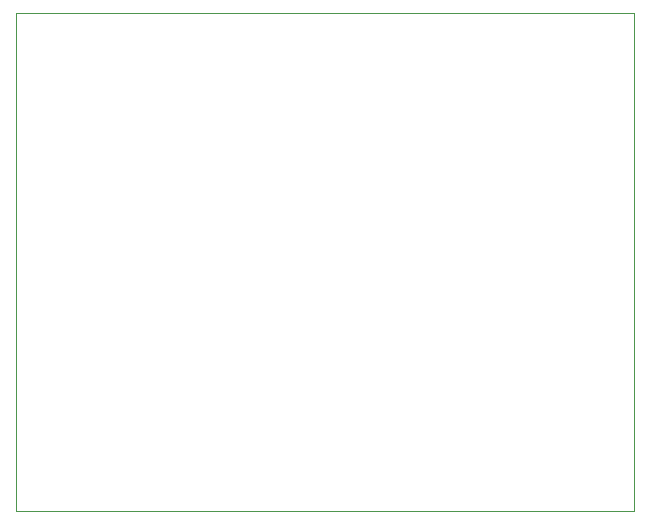
<source format=gm1>
G04 #@! TF.FileFunction,Profile,NP*
%FSLAX46Y46*%
G04 Gerber Fmt 4.6, Leading zero omitted, Abs format (unit mm)*
G04 Created by KiCad (PCBNEW 4.0.6) date 05/07/17 15:41:17*
%MOMM*%
%LPD*%
G01*
G04 APERTURE LIST*
%ADD10C,0.100000*%
G04 APERTURE END LIST*
D10*
X120904000Y-122428000D02*
X120904000Y-80264000D01*
X173228000Y-122428000D02*
X120904000Y-122428000D01*
X173228000Y-80264000D02*
X173228000Y-122428000D01*
X120904000Y-80264000D02*
X173228000Y-80264000D01*
M02*

</source>
